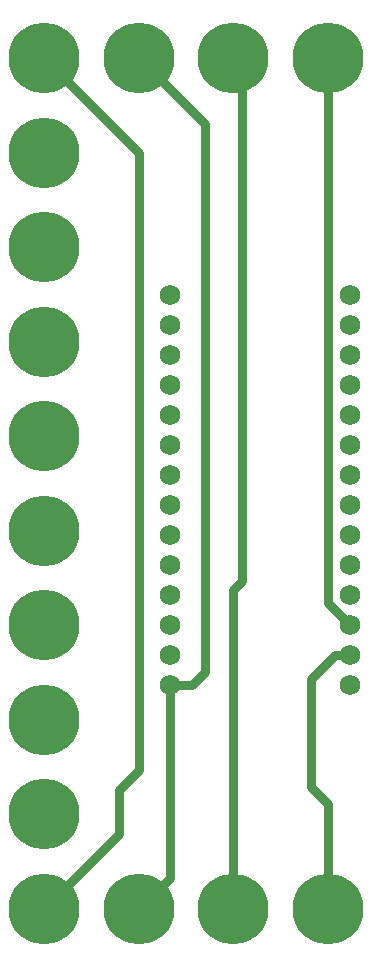
<source format=gbl>
%TF.GenerationSoftware,KiCad,Pcbnew,4.0.5-e0-6337~49~ubuntu16.04.1*%
%TF.CreationDate,2017-02-14T00:46:06-08:00*%
%TF.ProjectId,4x10-Teensy-LC-Breakout,347831302D5465656E73792D4C432D42,1.0*%
%TF.FileFunction,Copper,L2,Bot,Signal*%
%FSLAX46Y46*%
G04 Gerber Fmt 4.6, Leading zero omitted, Abs format (unit mm)*
G04 Created by KiCad (PCBNEW 4.0.5-e0-6337~49~ubuntu16.04.1) date Tue Feb 14 00:46:06 2017*
%MOMM*%
%LPD*%
G01*
G04 APERTURE LIST*
%ADD10C,0.350000*%
%ADD11C,1.727200*%
%ADD12C,6.000000*%
%ADD13C,0.685800*%
%ADD14C,0.762000*%
%ADD15C,0.330200*%
%ADD16C,0.350000*%
G04 APERTURE END LIST*
D10*
D11*
X49984920Y-116137280D03*
X49984920Y-113597280D03*
X49984920Y-111057280D03*
X49984920Y-108517280D03*
X49984920Y-105977280D03*
X49984920Y-103437280D03*
X49984920Y-100897280D03*
X49984920Y-98357280D03*
X49984920Y-95817280D03*
X49984920Y-93277280D03*
X49984920Y-90737280D03*
X49984920Y-88197280D03*
X49984920Y-85657280D03*
X49984920Y-83117280D03*
X34744920Y-83117280D03*
X34744920Y-90737280D03*
X34744920Y-111057280D03*
X34744920Y-95817280D03*
X34744920Y-93277280D03*
X34744920Y-113597280D03*
X34744920Y-105977280D03*
X34744920Y-116137280D03*
X34744920Y-103437280D03*
X34744920Y-100897280D03*
X34744920Y-98357280D03*
X34744920Y-108517280D03*
X34744920Y-85657280D03*
X34744920Y-88197280D03*
D12*
X24124920Y-95076280D03*
X24125920Y-103076280D03*
X24125920Y-119076280D03*
X24125920Y-87076280D03*
X24125920Y-127076280D03*
X24125920Y-111076280D03*
X24124920Y-79076280D03*
X24124920Y-71076280D03*
X24125920Y-135076280D03*
X32124920Y-135076280D03*
X40124920Y-135076280D03*
X48124920Y-135076280D03*
X40124920Y-63076280D03*
X48124920Y-63076280D03*
X24125920Y-63076280D03*
X32124920Y-63076280D03*
D13*
X40873680Y-107365800D03*
D14*
X40873680Y-107365800D02*
X40873680Y-63825040D01*
X40873680Y-63825040D02*
X40124920Y-63076280D01*
X48124920Y-63076280D02*
X48124920Y-109197280D01*
X48124920Y-109197280D02*
X49984920Y-111057280D01*
X46695360Y-124790200D02*
X48124920Y-126219760D01*
X48124920Y-126219760D02*
X48124920Y-135076280D01*
X46695360Y-115665526D02*
X46695360Y-124790200D01*
X49984920Y-113597280D02*
X48763606Y-113597280D01*
X48763606Y-113597280D02*
X46695360Y-115665526D01*
X40124920Y-135076280D02*
X40124920Y-108114560D01*
X40124920Y-108114560D02*
X40873680Y-107365800D01*
X34744920Y-116137280D02*
X36613240Y-116137280D01*
X36613240Y-116137280D02*
X37708840Y-115041680D01*
X37708840Y-115041680D02*
X37708840Y-68660200D01*
X37708840Y-68660200D02*
X32124920Y-63076280D01*
X34744920Y-116137280D02*
X34744920Y-132456280D01*
X34744920Y-132456280D02*
X32124920Y-135076280D01*
X30419040Y-125028960D02*
X32124920Y-123323080D01*
X32124920Y-123323080D02*
X32124920Y-71075280D01*
X32124920Y-71075280D02*
X27125919Y-66076279D01*
X27125919Y-66076279D02*
X24125920Y-63076280D01*
X30419040Y-125028960D02*
X30419040Y-128783160D01*
X30419040Y-128783160D02*
X24125920Y-135076280D01*
D15*
X40873680Y-107365800D03*
D16*
X49984920Y-116137280D03*
X49984920Y-113597280D03*
X49984920Y-111057280D03*
X49984920Y-108517280D03*
X49984920Y-105977280D03*
X49984920Y-103437280D03*
X49984920Y-100897280D03*
X49984920Y-98357280D03*
X49984920Y-95817280D03*
X49984920Y-93277280D03*
X49984920Y-90737280D03*
X49984920Y-88197280D03*
X49984920Y-85657280D03*
X49984920Y-83117280D03*
X34744920Y-83117280D03*
X34744920Y-90737280D03*
X34744920Y-111057280D03*
X34744920Y-95817280D03*
X34744920Y-93277280D03*
X34744920Y-113597280D03*
X34744920Y-105977280D03*
X34744920Y-116137280D03*
X34744920Y-103437280D03*
X34744920Y-100897280D03*
X34744920Y-98357280D03*
X34744920Y-108517280D03*
X34744920Y-85657280D03*
X34744920Y-88197280D03*
X24124920Y-95076280D03*
X24125920Y-103076280D03*
X24125920Y-119076280D03*
X24125920Y-87076280D03*
X24125920Y-127076280D03*
X24125920Y-111076280D03*
X24124920Y-79076280D03*
X24124920Y-71076280D03*
X24125920Y-135076280D03*
X32124920Y-135076280D03*
X40124920Y-135076280D03*
X48124920Y-135076280D03*
X40124920Y-63076280D03*
X48124920Y-63076280D03*
X24125920Y-63076280D03*
X32124920Y-63076280D03*
M02*

</source>
